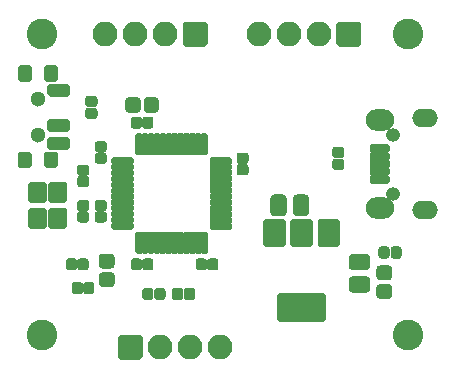
<source format=gbr>
%TF.GenerationSoftware,KiCad,Pcbnew,(5.1.10)-1*%
%TF.CreationDate,2025-06-17T20:32:59+05:30*%
%TF.ProjectId,STM32_Clone,53544d33-325f-4436-9c6f-6e652e6b6963,rev?*%
%TF.SameCoordinates,Original*%
%TF.FileFunction,Soldermask,Top*%
%TF.FilePolarity,Negative*%
%FSLAX46Y46*%
G04 Gerber Fmt 4.6, Leading zero omitted, Abs format (unit mm)*
G04 Created by KiCad (PCBNEW (5.1.10)-1) date 2025-06-17 20:32:59*
%MOMM*%
%LPD*%
G01*
G04 APERTURE LIST*
%ADD10O,2.400000X1.850000*%
%ADD11O,2.200000X1.550000*%
%ADD12O,1.200000X1.200000*%
%ADD13C,1.300000*%
%ADD14C,2.600000*%
%ADD15O,2.100000X2.100000*%
G04 APERTURE END LIST*
%TO.C,J1*%
G36*
G01*
X114250000Y-89225000D02*
X112950000Y-89225000D01*
G75*
G02*
X112750000Y-89025000I0J200000D01*
G01*
X112750000Y-88575000D01*
G75*
G02*
X112950000Y-88375000I200000J0D01*
G01*
X114250000Y-88375000D01*
G75*
G02*
X114450000Y-88575000I0J-200000D01*
G01*
X114450000Y-89025000D01*
G75*
G02*
X114250000Y-89225000I-200000J0D01*
G01*
G37*
G36*
G01*
X114250000Y-88575000D02*
X112950000Y-88575000D01*
G75*
G02*
X112750000Y-88375000I0J200000D01*
G01*
X112750000Y-87925000D01*
G75*
G02*
X112950000Y-87725000I200000J0D01*
G01*
X114250000Y-87725000D01*
G75*
G02*
X114450000Y-87925000I0J-200000D01*
G01*
X114450000Y-88375000D01*
G75*
G02*
X114250000Y-88575000I-200000J0D01*
G01*
G37*
G36*
G01*
X114250000Y-87925000D02*
X112950000Y-87925000D01*
G75*
G02*
X112750000Y-87725000I0J200000D01*
G01*
X112750000Y-87275000D01*
G75*
G02*
X112950000Y-87075000I200000J0D01*
G01*
X114250000Y-87075000D01*
G75*
G02*
X114450000Y-87275000I0J-200000D01*
G01*
X114450000Y-87725000D01*
G75*
G02*
X114250000Y-87925000I-200000J0D01*
G01*
G37*
G36*
G01*
X114250000Y-87275000D02*
X112950000Y-87275000D01*
G75*
G02*
X112750000Y-87075000I0J200000D01*
G01*
X112750000Y-86625000D01*
G75*
G02*
X112950000Y-86425000I200000J0D01*
G01*
X114250000Y-86425000D01*
G75*
G02*
X114450000Y-86625000I0J-200000D01*
G01*
X114450000Y-87075000D01*
G75*
G02*
X114250000Y-87275000I-200000J0D01*
G01*
G37*
G36*
G01*
X114250000Y-86625000D02*
X112950000Y-86625000D01*
G75*
G02*
X112750000Y-86425000I0J200000D01*
G01*
X112750000Y-85975000D01*
G75*
G02*
X112950000Y-85775000I200000J0D01*
G01*
X114250000Y-85775000D01*
G75*
G02*
X114450000Y-85975000I0J-200000D01*
G01*
X114450000Y-86425000D01*
G75*
G02*
X114250000Y-86625000I-200000J0D01*
G01*
G37*
D10*
X113650000Y-91225000D03*
X113650000Y-83775000D03*
D11*
X117450000Y-91375000D03*
X117450000Y-83625000D03*
D12*
X114700000Y-90000000D03*
X114700000Y-85000000D03*
%TD*%
%TO.C,SW1*%
G36*
G01*
X85380000Y-79150000D02*
X86180000Y-79150000D01*
G75*
G02*
X86380000Y-79350000I0J-200000D01*
G01*
X86380000Y-80350000D01*
G75*
G02*
X86180000Y-80550000I-200000J0D01*
G01*
X85380000Y-80550000D01*
G75*
G02*
X85180000Y-80350000I0J200000D01*
G01*
X85180000Y-79350000D01*
G75*
G02*
X85380000Y-79150000I200000J0D01*
G01*
G37*
G36*
G01*
X85380000Y-86450000D02*
X86180000Y-86450000D01*
G75*
G02*
X86380000Y-86650000I0J-200000D01*
G01*
X86380000Y-87650000D01*
G75*
G02*
X86180000Y-87850000I-200000J0D01*
G01*
X85380000Y-87850000D01*
G75*
G02*
X85180000Y-87650000I0J200000D01*
G01*
X85180000Y-86650000D01*
G75*
G02*
X85380000Y-86450000I200000J0D01*
G01*
G37*
G36*
G01*
X83170000Y-86450000D02*
X83970000Y-86450000D01*
G75*
G02*
X84170000Y-86650000I0J-200000D01*
G01*
X84170000Y-87650000D01*
G75*
G02*
X83970000Y-87850000I-200000J0D01*
G01*
X83170000Y-87850000D01*
G75*
G02*
X82970000Y-87650000I0J200000D01*
G01*
X82970000Y-86650000D01*
G75*
G02*
X83170000Y-86450000I200000J0D01*
G01*
G37*
G36*
G01*
X83170000Y-79150000D02*
X83970000Y-79150000D01*
G75*
G02*
X84170000Y-79350000I0J-200000D01*
G01*
X84170000Y-80350000D01*
G75*
G02*
X83970000Y-80550000I-200000J0D01*
G01*
X83170000Y-80550000D01*
G75*
G02*
X82970000Y-80350000I0J200000D01*
G01*
X82970000Y-79350000D01*
G75*
G02*
X83170000Y-79150000I200000J0D01*
G01*
G37*
G36*
G01*
X85680000Y-85200000D02*
X87180000Y-85200000D01*
G75*
G02*
X87380000Y-85400000I0J-200000D01*
G01*
X87380000Y-86100000D01*
G75*
G02*
X87180000Y-86300000I-200000J0D01*
G01*
X85680000Y-86300000D01*
G75*
G02*
X85480000Y-86100000I0J200000D01*
G01*
X85480000Y-85400000D01*
G75*
G02*
X85680000Y-85200000I200000J0D01*
G01*
G37*
G36*
G01*
X85680000Y-83700000D02*
X87180000Y-83700000D01*
G75*
G02*
X87380000Y-83900000I0J-200000D01*
G01*
X87380000Y-84600000D01*
G75*
G02*
X87180000Y-84800000I-200000J0D01*
G01*
X85680000Y-84800000D01*
G75*
G02*
X85480000Y-84600000I0J200000D01*
G01*
X85480000Y-83900000D01*
G75*
G02*
X85680000Y-83700000I200000J0D01*
G01*
G37*
G36*
G01*
X85680000Y-80700000D02*
X87180000Y-80700000D01*
G75*
G02*
X87380000Y-80900000I0J-200000D01*
G01*
X87380000Y-81600000D01*
G75*
G02*
X87180000Y-81800000I-200000J0D01*
G01*
X85680000Y-81800000D01*
G75*
G02*
X85480000Y-81600000I0J200000D01*
G01*
X85480000Y-80900000D01*
G75*
G02*
X85680000Y-80700000I200000J0D01*
G01*
G37*
D13*
X84670000Y-85000000D03*
X84670000Y-82000000D03*
%TD*%
D14*
%TO.C,H4*%
X85000000Y-76500000D03*
%TD*%
%TO.C,H3*%
X116000000Y-76500000D03*
%TD*%
%TO.C,H2*%
X116000000Y-102000000D03*
%TD*%
%TO.C,H1*%
X85000000Y-102000000D03*
%TD*%
%TO.C,Y1*%
G36*
G01*
X85750000Y-89000000D02*
X86950000Y-89000000D01*
G75*
G02*
X87150000Y-89200000I0J-200000D01*
G01*
X87150000Y-90600000D01*
G75*
G02*
X86950000Y-90800000I-200000J0D01*
G01*
X85750000Y-90800000D01*
G75*
G02*
X85550000Y-90600000I0J200000D01*
G01*
X85550000Y-89200000D01*
G75*
G02*
X85750000Y-89000000I200000J0D01*
G01*
G37*
G36*
G01*
X85750000Y-91200000D02*
X86950000Y-91200000D01*
G75*
G02*
X87150000Y-91400000I0J-200000D01*
G01*
X87150000Y-92800000D01*
G75*
G02*
X86950000Y-93000000I-200000J0D01*
G01*
X85750000Y-93000000D01*
G75*
G02*
X85550000Y-92800000I0J200000D01*
G01*
X85550000Y-91400000D01*
G75*
G02*
X85750000Y-91200000I200000J0D01*
G01*
G37*
G36*
G01*
X84050000Y-91200000D02*
X85250000Y-91200000D01*
G75*
G02*
X85450000Y-91400000I0J-200000D01*
G01*
X85450000Y-92800000D01*
G75*
G02*
X85250000Y-93000000I-200000J0D01*
G01*
X84050000Y-93000000D01*
G75*
G02*
X83850000Y-92800000I0J200000D01*
G01*
X83850000Y-91400000D01*
G75*
G02*
X84050000Y-91200000I200000J0D01*
G01*
G37*
G36*
G01*
X84050000Y-89000000D02*
X85250000Y-89000000D01*
G75*
G02*
X85450000Y-89200000I0J-200000D01*
G01*
X85450000Y-90600000D01*
G75*
G02*
X85250000Y-90800000I-200000J0D01*
G01*
X84050000Y-90800000D01*
G75*
G02*
X83850000Y-90600000I0J200000D01*
G01*
X83850000Y-89200000D01*
G75*
G02*
X84050000Y-89000000I200000J0D01*
G01*
G37*
%TD*%
%TO.C,U2*%
G36*
G01*
X92900000Y-86600000D02*
X92900000Y-85075000D01*
G75*
G02*
X93075000Y-84900000I175000J0D01*
G01*
X93425000Y-84900000D01*
G75*
G02*
X93600000Y-85075000I0J-175000D01*
G01*
X93600000Y-86600000D01*
G75*
G02*
X93425000Y-86775000I-175000J0D01*
G01*
X93075000Y-86775000D01*
G75*
G02*
X92900000Y-86600000I0J175000D01*
G01*
G37*
G36*
G01*
X93400000Y-86600000D02*
X93400000Y-85075000D01*
G75*
G02*
X93575000Y-84900000I175000J0D01*
G01*
X93925000Y-84900000D01*
G75*
G02*
X94100000Y-85075000I0J-175000D01*
G01*
X94100000Y-86600000D01*
G75*
G02*
X93925000Y-86775000I-175000J0D01*
G01*
X93575000Y-86775000D01*
G75*
G02*
X93400000Y-86600000I0J175000D01*
G01*
G37*
G36*
G01*
X93900000Y-86600000D02*
X93900000Y-85075000D01*
G75*
G02*
X94075000Y-84900000I175000J0D01*
G01*
X94425000Y-84900000D01*
G75*
G02*
X94600000Y-85075000I0J-175000D01*
G01*
X94600000Y-86600000D01*
G75*
G02*
X94425000Y-86775000I-175000J0D01*
G01*
X94075000Y-86775000D01*
G75*
G02*
X93900000Y-86600000I0J175000D01*
G01*
G37*
G36*
G01*
X94400000Y-86600000D02*
X94400000Y-85075000D01*
G75*
G02*
X94575000Y-84900000I175000J0D01*
G01*
X94925000Y-84900000D01*
G75*
G02*
X95100000Y-85075000I0J-175000D01*
G01*
X95100000Y-86600000D01*
G75*
G02*
X94925000Y-86775000I-175000J0D01*
G01*
X94575000Y-86775000D01*
G75*
G02*
X94400000Y-86600000I0J175000D01*
G01*
G37*
G36*
G01*
X94900000Y-86600000D02*
X94900000Y-85075000D01*
G75*
G02*
X95075000Y-84900000I175000J0D01*
G01*
X95425000Y-84900000D01*
G75*
G02*
X95600000Y-85075000I0J-175000D01*
G01*
X95600000Y-86600000D01*
G75*
G02*
X95425000Y-86775000I-175000J0D01*
G01*
X95075000Y-86775000D01*
G75*
G02*
X94900000Y-86600000I0J175000D01*
G01*
G37*
G36*
G01*
X95400000Y-86600000D02*
X95400000Y-85075000D01*
G75*
G02*
X95575000Y-84900000I175000J0D01*
G01*
X95925000Y-84900000D01*
G75*
G02*
X96100000Y-85075000I0J-175000D01*
G01*
X96100000Y-86600000D01*
G75*
G02*
X95925000Y-86775000I-175000J0D01*
G01*
X95575000Y-86775000D01*
G75*
G02*
X95400000Y-86600000I0J175000D01*
G01*
G37*
G36*
G01*
X95900000Y-86600000D02*
X95900000Y-85075000D01*
G75*
G02*
X96075000Y-84900000I175000J0D01*
G01*
X96425000Y-84900000D01*
G75*
G02*
X96600000Y-85075000I0J-175000D01*
G01*
X96600000Y-86600000D01*
G75*
G02*
X96425000Y-86775000I-175000J0D01*
G01*
X96075000Y-86775000D01*
G75*
G02*
X95900000Y-86600000I0J175000D01*
G01*
G37*
G36*
G01*
X96400000Y-86600000D02*
X96400000Y-85075000D01*
G75*
G02*
X96575000Y-84900000I175000J0D01*
G01*
X96925000Y-84900000D01*
G75*
G02*
X97100000Y-85075000I0J-175000D01*
G01*
X97100000Y-86600000D01*
G75*
G02*
X96925000Y-86775000I-175000J0D01*
G01*
X96575000Y-86775000D01*
G75*
G02*
X96400000Y-86600000I0J175000D01*
G01*
G37*
G36*
G01*
X96900000Y-86600000D02*
X96900000Y-85075000D01*
G75*
G02*
X97075000Y-84900000I175000J0D01*
G01*
X97425000Y-84900000D01*
G75*
G02*
X97600000Y-85075000I0J-175000D01*
G01*
X97600000Y-86600000D01*
G75*
G02*
X97425000Y-86775000I-175000J0D01*
G01*
X97075000Y-86775000D01*
G75*
G02*
X96900000Y-86600000I0J175000D01*
G01*
G37*
G36*
G01*
X97400000Y-86600000D02*
X97400000Y-85075000D01*
G75*
G02*
X97575000Y-84900000I175000J0D01*
G01*
X97925000Y-84900000D01*
G75*
G02*
X98100000Y-85075000I0J-175000D01*
G01*
X98100000Y-86600000D01*
G75*
G02*
X97925000Y-86775000I-175000J0D01*
G01*
X97575000Y-86775000D01*
G75*
G02*
X97400000Y-86600000I0J175000D01*
G01*
G37*
G36*
G01*
X97900000Y-86600000D02*
X97900000Y-85075000D01*
G75*
G02*
X98075000Y-84900000I175000J0D01*
G01*
X98425000Y-84900000D01*
G75*
G02*
X98600000Y-85075000I0J-175000D01*
G01*
X98600000Y-86600000D01*
G75*
G02*
X98425000Y-86775000I-175000J0D01*
G01*
X98075000Y-86775000D01*
G75*
G02*
X97900000Y-86600000I0J175000D01*
G01*
G37*
G36*
G01*
X98400000Y-86600000D02*
X98400000Y-85075000D01*
G75*
G02*
X98575000Y-84900000I175000J0D01*
G01*
X98925000Y-84900000D01*
G75*
G02*
X99100000Y-85075000I0J-175000D01*
G01*
X99100000Y-86600000D01*
G75*
G02*
X98925000Y-86775000I-175000J0D01*
G01*
X98575000Y-86775000D01*
G75*
G02*
X98400000Y-86600000I0J175000D01*
G01*
G37*
G36*
G01*
X99225000Y-87425000D02*
X99225000Y-87075000D01*
G75*
G02*
X99400000Y-86900000I175000J0D01*
G01*
X100925000Y-86900000D01*
G75*
G02*
X101100000Y-87075000I0J-175000D01*
G01*
X101100000Y-87425000D01*
G75*
G02*
X100925000Y-87600000I-175000J0D01*
G01*
X99400000Y-87600000D01*
G75*
G02*
X99225000Y-87425000I0J175000D01*
G01*
G37*
G36*
G01*
X99225000Y-87925000D02*
X99225000Y-87575000D01*
G75*
G02*
X99400000Y-87400000I175000J0D01*
G01*
X100925000Y-87400000D01*
G75*
G02*
X101100000Y-87575000I0J-175000D01*
G01*
X101100000Y-87925000D01*
G75*
G02*
X100925000Y-88100000I-175000J0D01*
G01*
X99400000Y-88100000D01*
G75*
G02*
X99225000Y-87925000I0J175000D01*
G01*
G37*
G36*
G01*
X99225000Y-88425000D02*
X99225000Y-88075000D01*
G75*
G02*
X99400000Y-87900000I175000J0D01*
G01*
X100925000Y-87900000D01*
G75*
G02*
X101100000Y-88075000I0J-175000D01*
G01*
X101100000Y-88425000D01*
G75*
G02*
X100925000Y-88600000I-175000J0D01*
G01*
X99400000Y-88600000D01*
G75*
G02*
X99225000Y-88425000I0J175000D01*
G01*
G37*
G36*
G01*
X99225000Y-88925000D02*
X99225000Y-88575000D01*
G75*
G02*
X99400000Y-88400000I175000J0D01*
G01*
X100925000Y-88400000D01*
G75*
G02*
X101100000Y-88575000I0J-175000D01*
G01*
X101100000Y-88925000D01*
G75*
G02*
X100925000Y-89100000I-175000J0D01*
G01*
X99400000Y-89100000D01*
G75*
G02*
X99225000Y-88925000I0J175000D01*
G01*
G37*
G36*
G01*
X99225000Y-89425000D02*
X99225000Y-89075000D01*
G75*
G02*
X99400000Y-88900000I175000J0D01*
G01*
X100925000Y-88900000D01*
G75*
G02*
X101100000Y-89075000I0J-175000D01*
G01*
X101100000Y-89425000D01*
G75*
G02*
X100925000Y-89600000I-175000J0D01*
G01*
X99400000Y-89600000D01*
G75*
G02*
X99225000Y-89425000I0J175000D01*
G01*
G37*
G36*
G01*
X99225000Y-89925000D02*
X99225000Y-89575000D01*
G75*
G02*
X99400000Y-89400000I175000J0D01*
G01*
X100925000Y-89400000D01*
G75*
G02*
X101100000Y-89575000I0J-175000D01*
G01*
X101100000Y-89925000D01*
G75*
G02*
X100925000Y-90100000I-175000J0D01*
G01*
X99400000Y-90100000D01*
G75*
G02*
X99225000Y-89925000I0J175000D01*
G01*
G37*
G36*
G01*
X99225000Y-90425000D02*
X99225000Y-90075000D01*
G75*
G02*
X99400000Y-89900000I175000J0D01*
G01*
X100925000Y-89900000D01*
G75*
G02*
X101100000Y-90075000I0J-175000D01*
G01*
X101100000Y-90425000D01*
G75*
G02*
X100925000Y-90600000I-175000J0D01*
G01*
X99400000Y-90600000D01*
G75*
G02*
X99225000Y-90425000I0J175000D01*
G01*
G37*
G36*
G01*
X99225000Y-90925000D02*
X99225000Y-90575000D01*
G75*
G02*
X99400000Y-90400000I175000J0D01*
G01*
X100925000Y-90400000D01*
G75*
G02*
X101100000Y-90575000I0J-175000D01*
G01*
X101100000Y-90925000D01*
G75*
G02*
X100925000Y-91100000I-175000J0D01*
G01*
X99400000Y-91100000D01*
G75*
G02*
X99225000Y-90925000I0J175000D01*
G01*
G37*
G36*
G01*
X99225000Y-91425000D02*
X99225000Y-91075000D01*
G75*
G02*
X99400000Y-90900000I175000J0D01*
G01*
X100925000Y-90900000D01*
G75*
G02*
X101100000Y-91075000I0J-175000D01*
G01*
X101100000Y-91425000D01*
G75*
G02*
X100925000Y-91600000I-175000J0D01*
G01*
X99400000Y-91600000D01*
G75*
G02*
X99225000Y-91425000I0J175000D01*
G01*
G37*
G36*
G01*
X99225000Y-91925000D02*
X99225000Y-91575000D01*
G75*
G02*
X99400000Y-91400000I175000J0D01*
G01*
X100925000Y-91400000D01*
G75*
G02*
X101100000Y-91575000I0J-175000D01*
G01*
X101100000Y-91925000D01*
G75*
G02*
X100925000Y-92100000I-175000J0D01*
G01*
X99400000Y-92100000D01*
G75*
G02*
X99225000Y-91925000I0J175000D01*
G01*
G37*
G36*
G01*
X99225000Y-92425000D02*
X99225000Y-92075000D01*
G75*
G02*
X99400000Y-91900000I175000J0D01*
G01*
X100925000Y-91900000D01*
G75*
G02*
X101100000Y-92075000I0J-175000D01*
G01*
X101100000Y-92425000D01*
G75*
G02*
X100925000Y-92600000I-175000J0D01*
G01*
X99400000Y-92600000D01*
G75*
G02*
X99225000Y-92425000I0J175000D01*
G01*
G37*
G36*
G01*
X99225000Y-92925000D02*
X99225000Y-92575000D01*
G75*
G02*
X99400000Y-92400000I175000J0D01*
G01*
X100925000Y-92400000D01*
G75*
G02*
X101100000Y-92575000I0J-175000D01*
G01*
X101100000Y-92925000D01*
G75*
G02*
X100925000Y-93100000I-175000J0D01*
G01*
X99400000Y-93100000D01*
G75*
G02*
X99225000Y-92925000I0J175000D01*
G01*
G37*
G36*
G01*
X98400000Y-94925000D02*
X98400000Y-93400000D01*
G75*
G02*
X98575000Y-93225000I175000J0D01*
G01*
X98925000Y-93225000D01*
G75*
G02*
X99100000Y-93400000I0J-175000D01*
G01*
X99100000Y-94925000D01*
G75*
G02*
X98925000Y-95100000I-175000J0D01*
G01*
X98575000Y-95100000D01*
G75*
G02*
X98400000Y-94925000I0J175000D01*
G01*
G37*
G36*
G01*
X97900000Y-94925000D02*
X97900000Y-93400000D01*
G75*
G02*
X98075000Y-93225000I175000J0D01*
G01*
X98425000Y-93225000D01*
G75*
G02*
X98600000Y-93400000I0J-175000D01*
G01*
X98600000Y-94925000D01*
G75*
G02*
X98425000Y-95100000I-175000J0D01*
G01*
X98075000Y-95100000D01*
G75*
G02*
X97900000Y-94925000I0J175000D01*
G01*
G37*
G36*
G01*
X97400000Y-94925000D02*
X97400000Y-93400000D01*
G75*
G02*
X97575000Y-93225000I175000J0D01*
G01*
X97925000Y-93225000D01*
G75*
G02*
X98100000Y-93400000I0J-175000D01*
G01*
X98100000Y-94925000D01*
G75*
G02*
X97925000Y-95100000I-175000J0D01*
G01*
X97575000Y-95100000D01*
G75*
G02*
X97400000Y-94925000I0J175000D01*
G01*
G37*
G36*
G01*
X96900000Y-94925000D02*
X96900000Y-93400000D01*
G75*
G02*
X97075000Y-93225000I175000J0D01*
G01*
X97425000Y-93225000D01*
G75*
G02*
X97600000Y-93400000I0J-175000D01*
G01*
X97600000Y-94925000D01*
G75*
G02*
X97425000Y-95100000I-175000J0D01*
G01*
X97075000Y-95100000D01*
G75*
G02*
X96900000Y-94925000I0J175000D01*
G01*
G37*
G36*
G01*
X96400000Y-94925000D02*
X96400000Y-93400000D01*
G75*
G02*
X96575000Y-93225000I175000J0D01*
G01*
X96925000Y-93225000D01*
G75*
G02*
X97100000Y-93400000I0J-175000D01*
G01*
X97100000Y-94925000D01*
G75*
G02*
X96925000Y-95100000I-175000J0D01*
G01*
X96575000Y-95100000D01*
G75*
G02*
X96400000Y-94925000I0J175000D01*
G01*
G37*
G36*
G01*
X95900000Y-94925000D02*
X95900000Y-93400000D01*
G75*
G02*
X96075000Y-93225000I175000J0D01*
G01*
X96425000Y-93225000D01*
G75*
G02*
X96600000Y-93400000I0J-175000D01*
G01*
X96600000Y-94925000D01*
G75*
G02*
X96425000Y-95100000I-175000J0D01*
G01*
X96075000Y-95100000D01*
G75*
G02*
X95900000Y-94925000I0J175000D01*
G01*
G37*
G36*
G01*
X95400000Y-94925000D02*
X95400000Y-93400000D01*
G75*
G02*
X95575000Y-93225000I175000J0D01*
G01*
X95925000Y-93225000D01*
G75*
G02*
X96100000Y-93400000I0J-175000D01*
G01*
X96100000Y-94925000D01*
G75*
G02*
X95925000Y-95100000I-175000J0D01*
G01*
X95575000Y-95100000D01*
G75*
G02*
X95400000Y-94925000I0J175000D01*
G01*
G37*
G36*
G01*
X94900000Y-94925000D02*
X94900000Y-93400000D01*
G75*
G02*
X95075000Y-93225000I175000J0D01*
G01*
X95425000Y-93225000D01*
G75*
G02*
X95600000Y-93400000I0J-175000D01*
G01*
X95600000Y-94925000D01*
G75*
G02*
X95425000Y-95100000I-175000J0D01*
G01*
X95075000Y-95100000D01*
G75*
G02*
X94900000Y-94925000I0J175000D01*
G01*
G37*
G36*
G01*
X94400000Y-94925000D02*
X94400000Y-93400000D01*
G75*
G02*
X94575000Y-93225000I175000J0D01*
G01*
X94925000Y-93225000D01*
G75*
G02*
X95100000Y-93400000I0J-175000D01*
G01*
X95100000Y-94925000D01*
G75*
G02*
X94925000Y-95100000I-175000J0D01*
G01*
X94575000Y-95100000D01*
G75*
G02*
X94400000Y-94925000I0J175000D01*
G01*
G37*
G36*
G01*
X93900000Y-94925000D02*
X93900000Y-93400000D01*
G75*
G02*
X94075000Y-93225000I175000J0D01*
G01*
X94425000Y-93225000D01*
G75*
G02*
X94600000Y-93400000I0J-175000D01*
G01*
X94600000Y-94925000D01*
G75*
G02*
X94425000Y-95100000I-175000J0D01*
G01*
X94075000Y-95100000D01*
G75*
G02*
X93900000Y-94925000I0J175000D01*
G01*
G37*
G36*
G01*
X93400000Y-94925000D02*
X93400000Y-93400000D01*
G75*
G02*
X93575000Y-93225000I175000J0D01*
G01*
X93925000Y-93225000D01*
G75*
G02*
X94100000Y-93400000I0J-175000D01*
G01*
X94100000Y-94925000D01*
G75*
G02*
X93925000Y-95100000I-175000J0D01*
G01*
X93575000Y-95100000D01*
G75*
G02*
X93400000Y-94925000I0J175000D01*
G01*
G37*
G36*
G01*
X92900000Y-94925000D02*
X92900000Y-93400000D01*
G75*
G02*
X93075000Y-93225000I175000J0D01*
G01*
X93425000Y-93225000D01*
G75*
G02*
X93600000Y-93400000I0J-175000D01*
G01*
X93600000Y-94925000D01*
G75*
G02*
X93425000Y-95100000I-175000J0D01*
G01*
X93075000Y-95100000D01*
G75*
G02*
X92900000Y-94925000I0J175000D01*
G01*
G37*
G36*
G01*
X90900000Y-92925000D02*
X90900000Y-92575000D01*
G75*
G02*
X91075000Y-92400000I175000J0D01*
G01*
X92600000Y-92400000D01*
G75*
G02*
X92775000Y-92575000I0J-175000D01*
G01*
X92775000Y-92925000D01*
G75*
G02*
X92600000Y-93100000I-175000J0D01*
G01*
X91075000Y-93100000D01*
G75*
G02*
X90900000Y-92925000I0J175000D01*
G01*
G37*
G36*
G01*
X90900000Y-92425000D02*
X90900000Y-92075000D01*
G75*
G02*
X91075000Y-91900000I175000J0D01*
G01*
X92600000Y-91900000D01*
G75*
G02*
X92775000Y-92075000I0J-175000D01*
G01*
X92775000Y-92425000D01*
G75*
G02*
X92600000Y-92600000I-175000J0D01*
G01*
X91075000Y-92600000D01*
G75*
G02*
X90900000Y-92425000I0J175000D01*
G01*
G37*
G36*
G01*
X90900000Y-91925000D02*
X90900000Y-91575000D01*
G75*
G02*
X91075000Y-91400000I175000J0D01*
G01*
X92600000Y-91400000D01*
G75*
G02*
X92775000Y-91575000I0J-175000D01*
G01*
X92775000Y-91925000D01*
G75*
G02*
X92600000Y-92100000I-175000J0D01*
G01*
X91075000Y-92100000D01*
G75*
G02*
X90900000Y-91925000I0J175000D01*
G01*
G37*
G36*
G01*
X90900000Y-91425000D02*
X90900000Y-91075000D01*
G75*
G02*
X91075000Y-90900000I175000J0D01*
G01*
X92600000Y-90900000D01*
G75*
G02*
X92775000Y-91075000I0J-175000D01*
G01*
X92775000Y-91425000D01*
G75*
G02*
X92600000Y-91600000I-175000J0D01*
G01*
X91075000Y-91600000D01*
G75*
G02*
X90900000Y-91425000I0J175000D01*
G01*
G37*
G36*
G01*
X90900000Y-90925000D02*
X90900000Y-90575000D01*
G75*
G02*
X91075000Y-90400000I175000J0D01*
G01*
X92600000Y-90400000D01*
G75*
G02*
X92775000Y-90575000I0J-175000D01*
G01*
X92775000Y-90925000D01*
G75*
G02*
X92600000Y-91100000I-175000J0D01*
G01*
X91075000Y-91100000D01*
G75*
G02*
X90900000Y-90925000I0J175000D01*
G01*
G37*
G36*
G01*
X90900000Y-90425000D02*
X90900000Y-90075000D01*
G75*
G02*
X91075000Y-89900000I175000J0D01*
G01*
X92600000Y-89900000D01*
G75*
G02*
X92775000Y-90075000I0J-175000D01*
G01*
X92775000Y-90425000D01*
G75*
G02*
X92600000Y-90600000I-175000J0D01*
G01*
X91075000Y-90600000D01*
G75*
G02*
X90900000Y-90425000I0J175000D01*
G01*
G37*
G36*
G01*
X90900000Y-89925000D02*
X90900000Y-89575000D01*
G75*
G02*
X91075000Y-89400000I175000J0D01*
G01*
X92600000Y-89400000D01*
G75*
G02*
X92775000Y-89575000I0J-175000D01*
G01*
X92775000Y-89925000D01*
G75*
G02*
X92600000Y-90100000I-175000J0D01*
G01*
X91075000Y-90100000D01*
G75*
G02*
X90900000Y-89925000I0J175000D01*
G01*
G37*
G36*
G01*
X90900000Y-89425000D02*
X90900000Y-89075000D01*
G75*
G02*
X91075000Y-88900000I175000J0D01*
G01*
X92600000Y-88900000D01*
G75*
G02*
X92775000Y-89075000I0J-175000D01*
G01*
X92775000Y-89425000D01*
G75*
G02*
X92600000Y-89600000I-175000J0D01*
G01*
X91075000Y-89600000D01*
G75*
G02*
X90900000Y-89425000I0J175000D01*
G01*
G37*
G36*
G01*
X90900000Y-88925000D02*
X90900000Y-88575000D01*
G75*
G02*
X91075000Y-88400000I175000J0D01*
G01*
X92600000Y-88400000D01*
G75*
G02*
X92775000Y-88575000I0J-175000D01*
G01*
X92775000Y-88925000D01*
G75*
G02*
X92600000Y-89100000I-175000J0D01*
G01*
X91075000Y-89100000D01*
G75*
G02*
X90900000Y-88925000I0J175000D01*
G01*
G37*
G36*
G01*
X90900000Y-88425000D02*
X90900000Y-88075000D01*
G75*
G02*
X91075000Y-87900000I175000J0D01*
G01*
X92600000Y-87900000D01*
G75*
G02*
X92775000Y-88075000I0J-175000D01*
G01*
X92775000Y-88425000D01*
G75*
G02*
X92600000Y-88600000I-175000J0D01*
G01*
X91075000Y-88600000D01*
G75*
G02*
X90900000Y-88425000I0J175000D01*
G01*
G37*
G36*
G01*
X90900000Y-87925000D02*
X90900000Y-87575000D01*
G75*
G02*
X91075000Y-87400000I175000J0D01*
G01*
X92600000Y-87400000D01*
G75*
G02*
X92775000Y-87575000I0J-175000D01*
G01*
X92775000Y-87925000D01*
G75*
G02*
X92600000Y-88100000I-175000J0D01*
G01*
X91075000Y-88100000D01*
G75*
G02*
X90900000Y-87925000I0J175000D01*
G01*
G37*
G36*
G01*
X90900000Y-87425000D02*
X90900000Y-87075000D01*
G75*
G02*
X91075000Y-86900000I175000J0D01*
G01*
X92600000Y-86900000D01*
G75*
G02*
X92775000Y-87075000I0J-175000D01*
G01*
X92775000Y-87425000D01*
G75*
G02*
X92600000Y-87600000I-175000J0D01*
G01*
X91075000Y-87600000D01*
G75*
G02*
X90900000Y-87425000I0J175000D01*
G01*
G37*
%TD*%
%TO.C,U1*%
G36*
G01*
X108550000Y-92150000D02*
X110050000Y-92150000D01*
G75*
G02*
X110250000Y-92350000I0J-200000D01*
G01*
X110250000Y-94350000D01*
G75*
G02*
X110050000Y-94550000I-200000J0D01*
G01*
X108550000Y-94550000D01*
G75*
G02*
X108350000Y-94350000I0J200000D01*
G01*
X108350000Y-92350000D01*
G75*
G02*
X108550000Y-92150000I200000J0D01*
G01*
G37*
G36*
G01*
X103950000Y-92150000D02*
X105450000Y-92150000D01*
G75*
G02*
X105650000Y-92350000I0J-200000D01*
G01*
X105650000Y-94350000D01*
G75*
G02*
X105450000Y-94550000I-200000J0D01*
G01*
X103950000Y-94550000D01*
G75*
G02*
X103750000Y-94350000I0J200000D01*
G01*
X103750000Y-92350000D01*
G75*
G02*
X103950000Y-92150000I200000J0D01*
G01*
G37*
G36*
G01*
X106250000Y-92150000D02*
X107750000Y-92150000D01*
G75*
G02*
X107950000Y-92350000I0J-200000D01*
G01*
X107950000Y-94350000D01*
G75*
G02*
X107750000Y-94550000I-200000J0D01*
G01*
X106250000Y-94550000D01*
G75*
G02*
X106050000Y-94350000I0J200000D01*
G01*
X106050000Y-92350000D01*
G75*
G02*
X106250000Y-92150000I200000J0D01*
G01*
G37*
G36*
G01*
X105100000Y-98450000D02*
X108900000Y-98450000D01*
G75*
G02*
X109100000Y-98650000I0J-200000D01*
G01*
X109100000Y-100650000D01*
G75*
G02*
X108900000Y-100850000I-200000J0D01*
G01*
X105100000Y-100850000D01*
G75*
G02*
X104900000Y-100650000I0J200000D01*
G01*
X104900000Y-98650000D01*
G75*
G02*
X105100000Y-98450000I200000J0D01*
G01*
G37*
%TD*%
%TO.C,R5*%
G36*
G01*
X97040000Y-98785000D02*
X97040000Y-98215000D01*
G75*
G02*
X97275000Y-97980000I235000J0D01*
G01*
X97745000Y-97980000D01*
G75*
G02*
X97980000Y-98215000I0J-235000D01*
G01*
X97980000Y-98785000D01*
G75*
G02*
X97745000Y-99020000I-235000J0D01*
G01*
X97275000Y-99020000D01*
G75*
G02*
X97040000Y-98785000I0J235000D01*
G01*
G37*
G36*
G01*
X96020000Y-98785000D02*
X96020000Y-98215000D01*
G75*
G02*
X96255000Y-97980000I235000J0D01*
G01*
X96725000Y-97980000D01*
G75*
G02*
X96960000Y-98215000I0J-235000D01*
G01*
X96960000Y-98785000D01*
G75*
G02*
X96725000Y-99020000I-235000J0D01*
G01*
X96255000Y-99020000D01*
G75*
G02*
X96020000Y-98785000I0J235000D01*
G01*
G37*
%TD*%
%TO.C,R4*%
G36*
G01*
X94460000Y-98215000D02*
X94460000Y-98785000D01*
G75*
G02*
X94225000Y-99020000I-235000J0D01*
G01*
X93755000Y-99020000D01*
G75*
G02*
X93520000Y-98785000I0J235000D01*
G01*
X93520000Y-98215000D01*
G75*
G02*
X93755000Y-97980000I235000J0D01*
G01*
X94225000Y-97980000D01*
G75*
G02*
X94460000Y-98215000I0J-235000D01*
G01*
G37*
G36*
G01*
X95480000Y-98215000D02*
X95480000Y-98785000D01*
G75*
G02*
X95245000Y-99020000I-235000J0D01*
G01*
X94775000Y-99020000D01*
G75*
G02*
X94540000Y-98785000I0J235000D01*
G01*
X94540000Y-98215000D01*
G75*
G02*
X94775000Y-97980000I235000J0D01*
G01*
X95245000Y-97980000D01*
G75*
G02*
X95480000Y-98215000I0J-235000D01*
G01*
G37*
%TD*%
%TO.C,R3*%
G36*
G01*
X109815000Y-87065000D02*
X110385000Y-87065000D01*
G75*
G02*
X110620000Y-87300000I0J-235000D01*
G01*
X110620000Y-87770000D01*
G75*
G02*
X110385000Y-88005000I-235000J0D01*
G01*
X109815000Y-88005000D01*
G75*
G02*
X109580000Y-87770000I0J235000D01*
G01*
X109580000Y-87300000D01*
G75*
G02*
X109815000Y-87065000I235000J0D01*
G01*
G37*
G36*
G01*
X109815000Y-86045000D02*
X110385000Y-86045000D01*
G75*
G02*
X110620000Y-86280000I0J-235000D01*
G01*
X110620000Y-86750000D01*
G75*
G02*
X110385000Y-86985000I-235000J0D01*
G01*
X109815000Y-86985000D01*
G75*
G02*
X109580000Y-86750000I0J235000D01*
G01*
X109580000Y-86280000D01*
G75*
G02*
X109815000Y-86045000I235000J0D01*
G01*
G37*
%TD*%
%TO.C,R2*%
G36*
G01*
X88915000Y-82740000D02*
X89485000Y-82740000D01*
G75*
G02*
X89720000Y-82975000I0J-235000D01*
G01*
X89720000Y-83445000D01*
G75*
G02*
X89485000Y-83680000I-235000J0D01*
G01*
X88915000Y-83680000D01*
G75*
G02*
X88680000Y-83445000I0J235000D01*
G01*
X88680000Y-82975000D01*
G75*
G02*
X88915000Y-82740000I235000J0D01*
G01*
G37*
G36*
G01*
X88915000Y-81720000D02*
X89485000Y-81720000D01*
G75*
G02*
X89720000Y-81955000I0J-235000D01*
G01*
X89720000Y-82425000D01*
G75*
G02*
X89485000Y-82660000I-235000J0D01*
G01*
X88915000Y-82660000D01*
G75*
G02*
X88680000Y-82425000I0J235000D01*
G01*
X88680000Y-81955000D01*
G75*
G02*
X88915000Y-81720000I235000J0D01*
G01*
G37*
%TD*%
%TO.C,R1*%
G36*
G01*
X114530000Y-95285000D02*
X114530000Y-94715000D01*
G75*
G02*
X114765000Y-94480000I235000J0D01*
G01*
X115235000Y-94480000D01*
G75*
G02*
X115470000Y-94715000I0J-235000D01*
G01*
X115470000Y-95285000D01*
G75*
G02*
X115235000Y-95520000I-235000J0D01*
G01*
X114765000Y-95520000D01*
G75*
G02*
X114530000Y-95285000I0J235000D01*
G01*
G37*
G36*
G01*
X113510000Y-95285000D02*
X113510000Y-94715000D01*
G75*
G02*
X113745000Y-94480000I235000J0D01*
G01*
X114215000Y-94480000D01*
G75*
G02*
X114450000Y-94715000I0J-235000D01*
G01*
X114450000Y-95285000D01*
G75*
G02*
X114215000Y-95520000I-235000J0D01*
G01*
X113745000Y-95520000D01*
G75*
G02*
X113510000Y-95285000I0J235000D01*
G01*
G37*
%TD*%
D15*
%TO.C,J4*%
X100120000Y-103000000D03*
X97580000Y-103000000D03*
X95040000Y-103000000D03*
G36*
G01*
X93350000Y-104050000D02*
X91650000Y-104050000D01*
G75*
G02*
X91450000Y-103850000I0J200000D01*
G01*
X91450000Y-102150000D01*
G75*
G02*
X91650000Y-101950000I200000J0D01*
G01*
X93350000Y-101950000D01*
G75*
G02*
X93550000Y-102150000I0J-200000D01*
G01*
X93550000Y-103850000D01*
G75*
G02*
X93350000Y-104050000I-200000J0D01*
G01*
G37*
%TD*%
%TO.C,J3*%
X103380000Y-76500000D03*
X105920000Y-76500000D03*
X108460000Y-76500000D03*
G36*
G01*
X110150000Y-75450000D02*
X111850000Y-75450000D01*
G75*
G02*
X112050000Y-75650000I0J-200000D01*
G01*
X112050000Y-77350000D01*
G75*
G02*
X111850000Y-77550000I-200000J0D01*
G01*
X110150000Y-77550000D01*
G75*
G02*
X109950000Y-77350000I0J200000D01*
G01*
X109950000Y-75650000D01*
G75*
G02*
X110150000Y-75450000I200000J0D01*
G01*
G37*
%TD*%
%TO.C,J2*%
X90380000Y-76500000D03*
X92920000Y-76500000D03*
X95460000Y-76500000D03*
G36*
G01*
X97150000Y-75450000D02*
X98850000Y-75450000D01*
G75*
G02*
X99050000Y-75650000I0J-200000D01*
G01*
X99050000Y-77350000D01*
G75*
G02*
X98850000Y-77550000I-200000J0D01*
G01*
X97150000Y-77550000D01*
G75*
G02*
X96950000Y-77350000I0J200000D01*
G01*
X96950000Y-75650000D01*
G75*
G02*
X97150000Y-75450000I200000J0D01*
G01*
G37*
%TD*%
%TO.C,FB1*%
G36*
G01*
X90856250Y-96350000D02*
X90143750Y-96350000D01*
G75*
G02*
X89825000Y-96031250I0J318750D01*
G01*
X89825000Y-95393750D01*
G75*
G02*
X90143750Y-95075000I318750J0D01*
G01*
X90856250Y-95075000D01*
G75*
G02*
X91175000Y-95393750I0J-318750D01*
G01*
X91175000Y-96031250D01*
G75*
G02*
X90856250Y-96350000I-318750J0D01*
G01*
G37*
G36*
G01*
X90856250Y-97925000D02*
X90143750Y-97925000D01*
G75*
G02*
X89825000Y-97606250I0J318750D01*
G01*
X89825000Y-96968750D01*
G75*
G02*
X90143750Y-96650000I318750J0D01*
G01*
X90856250Y-96650000D01*
G75*
G02*
X91175000Y-96968750I0J-318750D01*
G01*
X91175000Y-97606250D01*
G75*
G02*
X90856250Y-97925000I-318750J0D01*
G01*
G37*
%TD*%
%TO.C,D1*%
G36*
G01*
X113643750Y-97650000D02*
X114356250Y-97650000D01*
G75*
G02*
X114675000Y-97968750I0J-318750D01*
G01*
X114675000Y-98606250D01*
G75*
G02*
X114356250Y-98925000I-318750J0D01*
G01*
X113643750Y-98925000D01*
G75*
G02*
X113325000Y-98606250I0J318750D01*
G01*
X113325000Y-97968750D01*
G75*
G02*
X113643750Y-97650000I318750J0D01*
G01*
G37*
G36*
G01*
X113643750Y-96075000D02*
X114356250Y-96075000D01*
G75*
G02*
X114675000Y-96393750I0J-318750D01*
G01*
X114675000Y-97031250D01*
G75*
G02*
X114356250Y-97350000I-318750J0D01*
G01*
X113643750Y-97350000D01*
G75*
G02*
X113325000Y-97031250I0J318750D01*
G01*
X113325000Y-96393750D01*
G75*
G02*
X113643750Y-96075000I318750J0D01*
G01*
G37*
%TD*%
%TO.C,C13*%
G36*
G01*
X88230000Y-91500000D02*
X88770000Y-91500000D01*
G75*
G02*
X89010000Y-91740000I0J-240000D01*
G01*
X89010000Y-92220000D01*
G75*
G02*
X88770000Y-92460000I-240000J0D01*
G01*
X88230000Y-92460000D01*
G75*
G02*
X87990000Y-92220000I0J240000D01*
G01*
X87990000Y-91740000D01*
G75*
G02*
X88230000Y-91500000I240000J0D01*
G01*
G37*
G36*
G01*
X88230000Y-90540000D02*
X88770000Y-90540000D01*
G75*
G02*
X89010000Y-90780000I0J-240000D01*
G01*
X89010000Y-91260000D01*
G75*
G02*
X88770000Y-91500000I-240000J0D01*
G01*
X88230000Y-91500000D01*
G75*
G02*
X87990000Y-91260000I0J240000D01*
G01*
X87990000Y-90780000D01*
G75*
G02*
X88230000Y-90540000I240000J0D01*
G01*
G37*
%TD*%
%TO.C,C12*%
G36*
G01*
X88770000Y-88500000D02*
X88230000Y-88500000D01*
G75*
G02*
X87990000Y-88260000I0J240000D01*
G01*
X87990000Y-87780000D01*
G75*
G02*
X88230000Y-87540000I240000J0D01*
G01*
X88770000Y-87540000D01*
G75*
G02*
X89010000Y-87780000I0J-240000D01*
G01*
X89010000Y-88260000D01*
G75*
G02*
X88770000Y-88500000I-240000J0D01*
G01*
G37*
G36*
G01*
X88770000Y-89460000D02*
X88230000Y-89460000D01*
G75*
G02*
X87990000Y-89220000I0J240000D01*
G01*
X87990000Y-88740000D01*
G75*
G02*
X88230000Y-88500000I240000J0D01*
G01*
X88770000Y-88500000D01*
G75*
G02*
X89010000Y-88740000I0J-240000D01*
G01*
X89010000Y-89220000D01*
G75*
G02*
X88770000Y-89460000I-240000J0D01*
G01*
G37*
%TD*%
%TO.C,C11*%
G36*
G01*
X93500000Y-96270000D02*
X93500000Y-95730000D01*
G75*
G02*
X93740000Y-95490000I240000J0D01*
G01*
X94220000Y-95490000D01*
G75*
G02*
X94460000Y-95730000I0J-240000D01*
G01*
X94460000Y-96270000D01*
G75*
G02*
X94220000Y-96510000I-240000J0D01*
G01*
X93740000Y-96510000D01*
G75*
G02*
X93500000Y-96270000I0J240000D01*
G01*
G37*
G36*
G01*
X92540000Y-96270000D02*
X92540000Y-95730000D01*
G75*
G02*
X92780000Y-95490000I240000J0D01*
G01*
X93260000Y-95490000D01*
G75*
G02*
X93500000Y-95730000I0J-240000D01*
G01*
X93500000Y-96270000D01*
G75*
G02*
X93260000Y-96510000I-240000J0D01*
G01*
X92780000Y-96510000D01*
G75*
G02*
X92540000Y-96270000I0J240000D01*
G01*
G37*
%TD*%
%TO.C,C10*%
G36*
G01*
X88500000Y-97730000D02*
X88500000Y-98270000D01*
G75*
G02*
X88260000Y-98510000I-240000J0D01*
G01*
X87780000Y-98510000D01*
G75*
G02*
X87540000Y-98270000I0J240000D01*
G01*
X87540000Y-97730000D01*
G75*
G02*
X87780000Y-97490000I240000J0D01*
G01*
X88260000Y-97490000D01*
G75*
G02*
X88500000Y-97730000I0J-240000D01*
G01*
G37*
G36*
G01*
X89460000Y-97730000D02*
X89460000Y-98270000D01*
G75*
G02*
X89220000Y-98510000I-240000J0D01*
G01*
X88740000Y-98510000D01*
G75*
G02*
X88500000Y-98270000I0J240000D01*
G01*
X88500000Y-97730000D01*
G75*
G02*
X88740000Y-97490000I240000J0D01*
G01*
X89220000Y-97490000D01*
G75*
G02*
X89460000Y-97730000I0J-240000D01*
G01*
G37*
%TD*%
%TO.C,C9*%
G36*
G01*
X88000000Y-95730000D02*
X88000000Y-96270000D01*
G75*
G02*
X87760000Y-96510000I-240000J0D01*
G01*
X87280000Y-96510000D01*
G75*
G02*
X87040000Y-96270000I0J240000D01*
G01*
X87040000Y-95730000D01*
G75*
G02*
X87280000Y-95490000I240000J0D01*
G01*
X87760000Y-95490000D01*
G75*
G02*
X88000000Y-95730000I0J-240000D01*
G01*
G37*
G36*
G01*
X88960000Y-95730000D02*
X88960000Y-96270000D01*
G75*
G02*
X88720000Y-96510000I-240000J0D01*
G01*
X88240000Y-96510000D01*
G75*
G02*
X88000000Y-96270000I0J240000D01*
G01*
X88000000Y-95730000D01*
G75*
G02*
X88240000Y-95490000I240000J0D01*
G01*
X88720000Y-95490000D01*
G75*
G02*
X88960000Y-95730000I0J-240000D01*
G01*
G37*
%TD*%
%TO.C,C8*%
G36*
G01*
X90270000Y-92460000D02*
X89730000Y-92460000D01*
G75*
G02*
X89490000Y-92220000I0J240000D01*
G01*
X89490000Y-91740000D01*
G75*
G02*
X89730000Y-91500000I240000J0D01*
G01*
X90270000Y-91500000D01*
G75*
G02*
X90510000Y-91740000I0J-240000D01*
G01*
X90510000Y-92220000D01*
G75*
G02*
X90270000Y-92460000I-240000J0D01*
G01*
G37*
G36*
G01*
X90270000Y-91500000D02*
X89730000Y-91500000D01*
G75*
G02*
X89490000Y-91260000I0J240000D01*
G01*
X89490000Y-90780000D01*
G75*
G02*
X89730000Y-90540000I240000J0D01*
G01*
X90270000Y-90540000D01*
G75*
G02*
X90510000Y-90780000I0J-240000D01*
G01*
X90510000Y-91260000D01*
G75*
G02*
X90270000Y-91500000I-240000J0D01*
G01*
G37*
%TD*%
%TO.C,C7*%
G36*
G01*
X93500000Y-84270000D02*
X93500000Y-83730000D01*
G75*
G02*
X93740000Y-83490000I240000J0D01*
G01*
X94220000Y-83490000D01*
G75*
G02*
X94460000Y-83730000I0J-240000D01*
G01*
X94460000Y-84270000D01*
G75*
G02*
X94220000Y-84510000I-240000J0D01*
G01*
X93740000Y-84510000D01*
G75*
G02*
X93500000Y-84270000I0J240000D01*
G01*
G37*
G36*
G01*
X92540000Y-84270000D02*
X92540000Y-83730000D01*
G75*
G02*
X92780000Y-83490000I240000J0D01*
G01*
X93260000Y-83490000D01*
G75*
G02*
X93500000Y-83730000I0J-240000D01*
G01*
X93500000Y-84270000D01*
G75*
G02*
X93260000Y-84510000I-240000J0D01*
G01*
X92780000Y-84510000D01*
G75*
G02*
X92540000Y-84270000I0J240000D01*
G01*
G37*
%TD*%
%TO.C,C6*%
G36*
G01*
X101730000Y-87500000D02*
X102270000Y-87500000D01*
G75*
G02*
X102510000Y-87740000I0J-240000D01*
G01*
X102510000Y-88220000D01*
G75*
G02*
X102270000Y-88460000I-240000J0D01*
G01*
X101730000Y-88460000D01*
G75*
G02*
X101490000Y-88220000I0J240000D01*
G01*
X101490000Y-87740000D01*
G75*
G02*
X101730000Y-87500000I240000J0D01*
G01*
G37*
G36*
G01*
X101730000Y-86540000D02*
X102270000Y-86540000D01*
G75*
G02*
X102510000Y-86780000I0J-240000D01*
G01*
X102510000Y-87260000D01*
G75*
G02*
X102270000Y-87500000I-240000J0D01*
G01*
X101730000Y-87500000D01*
G75*
G02*
X101490000Y-87260000I0J240000D01*
G01*
X101490000Y-86780000D01*
G75*
G02*
X101730000Y-86540000I240000J0D01*
G01*
G37*
%TD*%
%TO.C,C5*%
G36*
G01*
X99000000Y-95730000D02*
X99000000Y-96270000D01*
G75*
G02*
X98760000Y-96510000I-240000J0D01*
G01*
X98280000Y-96510000D01*
G75*
G02*
X98040000Y-96270000I0J240000D01*
G01*
X98040000Y-95730000D01*
G75*
G02*
X98280000Y-95490000I240000J0D01*
G01*
X98760000Y-95490000D01*
G75*
G02*
X99000000Y-95730000I0J-240000D01*
G01*
G37*
G36*
G01*
X99960000Y-95730000D02*
X99960000Y-96270000D01*
G75*
G02*
X99720000Y-96510000I-240000J0D01*
G01*
X99240000Y-96510000D01*
G75*
G02*
X99000000Y-96270000I0J240000D01*
G01*
X99000000Y-95730000D01*
G75*
G02*
X99240000Y-95490000I240000J0D01*
G01*
X99720000Y-95490000D01*
G75*
G02*
X99960000Y-95730000I0J-240000D01*
G01*
G37*
%TD*%
%TO.C,C4*%
G36*
G01*
X90270000Y-86520000D02*
X89730000Y-86520000D01*
G75*
G02*
X89490000Y-86280000I0J240000D01*
G01*
X89490000Y-85800000D01*
G75*
G02*
X89730000Y-85560000I240000J0D01*
G01*
X90270000Y-85560000D01*
G75*
G02*
X90510000Y-85800000I0J-240000D01*
G01*
X90510000Y-86280000D01*
G75*
G02*
X90270000Y-86520000I-240000J0D01*
G01*
G37*
G36*
G01*
X90270000Y-87480000D02*
X89730000Y-87480000D01*
G75*
G02*
X89490000Y-87240000I0J240000D01*
G01*
X89490000Y-86760000D01*
G75*
G02*
X89730000Y-86520000I240000J0D01*
G01*
X90270000Y-86520000D01*
G75*
G02*
X90510000Y-86760000I0J-240000D01*
G01*
X90510000Y-87240000D01*
G75*
G02*
X90270000Y-87480000I-240000J0D01*
G01*
G37*
%TD*%
%TO.C,C3*%
G36*
G01*
X93625000Y-82850000D02*
X93625000Y-82150000D01*
G75*
G02*
X93950000Y-81825000I325000J0D01*
G01*
X94600000Y-81825000D01*
G75*
G02*
X94925000Y-82150000I0J-325000D01*
G01*
X94925000Y-82850000D01*
G75*
G02*
X94600000Y-83175000I-325000J0D01*
G01*
X93950000Y-83175000D01*
G75*
G02*
X93625000Y-82850000I0J325000D01*
G01*
G37*
G36*
G01*
X92075000Y-82850000D02*
X92075000Y-82150000D01*
G75*
G02*
X92400000Y-81825000I325000J0D01*
G01*
X93050000Y-81825000D01*
G75*
G02*
X93375000Y-82150000I0J-325000D01*
G01*
X93375000Y-82850000D01*
G75*
G02*
X93050000Y-83175000I-325000J0D01*
G01*
X92400000Y-83175000D01*
G75*
G02*
X92075000Y-82850000I0J325000D01*
G01*
G37*
%TD*%
%TO.C,C2*%
G36*
G01*
X112475000Y-96500000D02*
X111325000Y-96500000D01*
G75*
G02*
X110975000Y-96150000I0J350000D01*
G01*
X110975000Y-95450000D01*
G75*
G02*
X111325000Y-95100000I350000J0D01*
G01*
X112475000Y-95100000D01*
G75*
G02*
X112825000Y-95450000I0J-350000D01*
G01*
X112825000Y-96150000D01*
G75*
G02*
X112475000Y-96500000I-350000J0D01*
G01*
G37*
G36*
G01*
X112475000Y-98400000D02*
X111325000Y-98400000D01*
G75*
G02*
X110975000Y-98050000I0J350000D01*
G01*
X110975000Y-97350000D01*
G75*
G02*
X111325000Y-97000000I350000J0D01*
G01*
X112475000Y-97000000D01*
G75*
G02*
X112825000Y-97350000I0J-350000D01*
G01*
X112825000Y-98050000D01*
G75*
G02*
X112475000Y-98400000I-350000J0D01*
G01*
G37*
%TD*%
%TO.C,C1*%
G36*
G01*
X106250000Y-91575000D02*
X106250000Y-90425000D01*
G75*
G02*
X106600000Y-90075000I350000J0D01*
G01*
X107300000Y-90075000D01*
G75*
G02*
X107650000Y-90425000I0J-350000D01*
G01*
X107650000Y-91575000D01*
G75*
G02*
X107300000Y-91925000I-350000J0D01*
G01*
X106600000Y-91925000D01*
G75*
G02*
X106250000Y-91575000I0J350000D01*
G01*
G37*
G36*
G01*
X104350000Y-91575000D02*
X104350000Y-90425000D01*
G75*
G02*
X104700000Y-90075000I350000J0D01*
G01*
X105400000Y-90075000D01*
G75*
G02*
X105750000Y-90425000I0J-350000D01*
G01*
X105750000Y-91575000D01*
G75*
G02*
X105400000Y-91925000I-350000J0D01*
G01*
X104700000Y-91925000D01*
G75*
G02*
X104350000Y-91575000I0J350000D01*
G01*
G37*
%TD*%
M02*

</source>
